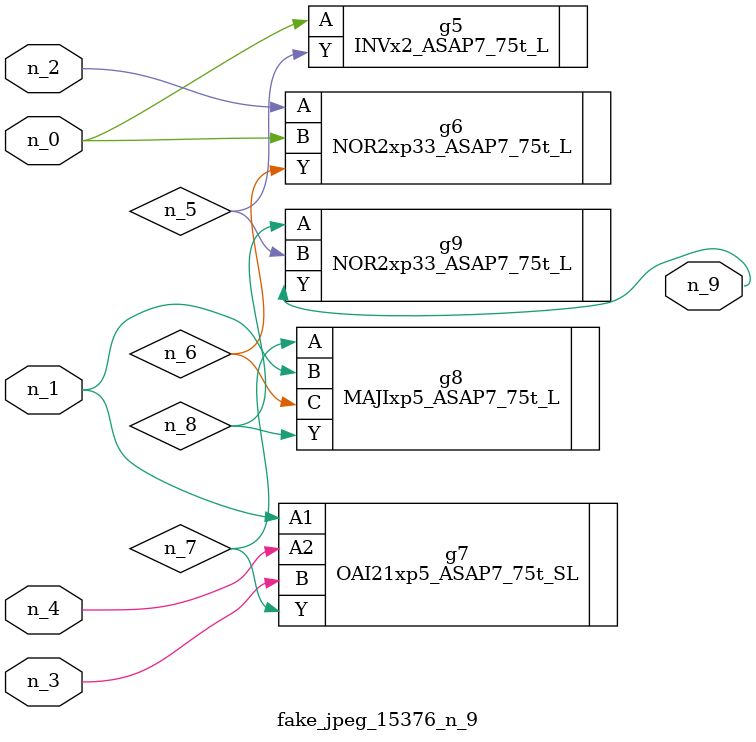
<source format=v>
module fake_jpeg_15376_n_9 (n_3, n_2, n_1, n_0, n_4, n_9);

input n_3;
input n_2;
input n_1;
input n_0;
input n_4;

output n_9;

wire n_8;
wire n_6;
wire n_5;
wire n_7;

INVx2_ASAP7_75t_L g5 ( 
.A(n_0),
.Y(n_5)
);

NOR2xp33_ASAP7_75t_L g6 ( 
.A(n_2),
.B(n_0),
.Y(n_6)
);

OAI21xp5_ASAP7_75t_SL g7 ( 
.A1(n_1),
.A2(n_4),
.B(n_3),
.Y(n_7)
);

MAJIxp5_ASAP7_75t_L g8 ( 
.A(n_7),
.B(n_1),
.C(n_6),
.Y(n_8)
);

NOR2xp33_ASAP7_75t_L g9 ( 
.A(n_8),
.B(n_5),
.Y(n_9)
);


endmodule
</source>
